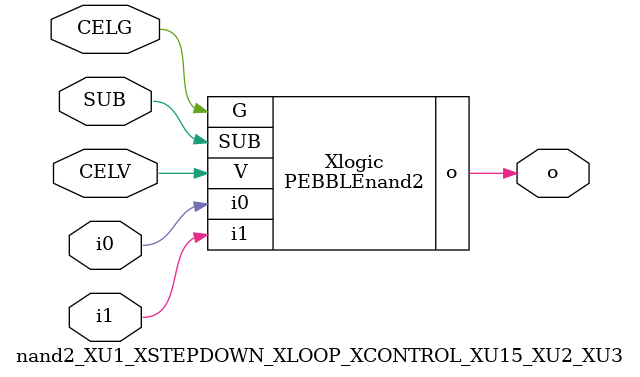
<source format=v>



module PEBBLEnand2 ( o, G, SUB, V, i0, i1 );

  input i0;
  input V;
  input i1;
  input G;
  output o;
  input SUB;
endmodule

//Celera Confidential Do Not Copy nand2_XU1_XSTEPDOWN_XLOOP_XCONTROL_XU15_XU2_XU3
//Celera Confidential Symbol Generator
//5V NAND2
module nand2_XU1_XSTEPDOWN_XLOOP_XCONTROL_XU15_XU2_XU3 (CELV,CELG,i0,i1,o,SUB);
input CELV;
input CELG;
input i0;
input i1;
input SUB;
output o;

//Celera Confidential Do Not Copy nand2
PEBBLEnand2 Xlogic(
.V (CELV),
.i0 (i0),
.i1 (i1),
.o (o),
.SUB (SUB),
.G (CELG)
);
//,diesize,PEBBLEnand2

//Celera Confidential Do Not Copy Module End
//Celera Schematic Generator
endmodule

</source>
